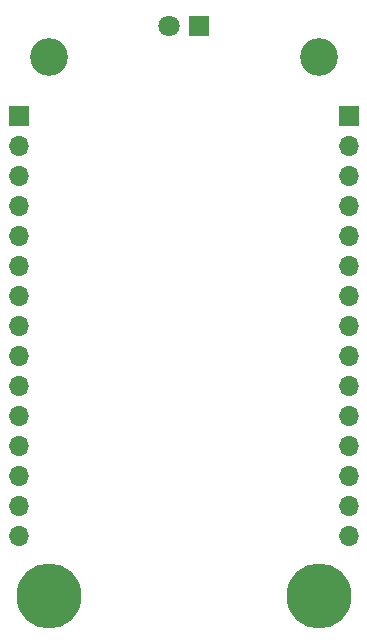
<source format=gbr>
%TF.GenerationSoftware,KiCad,Pcbnew,(6.0.9-0)*%
%TF.CreationDate,2024-03-22T18:11:38+01:00*%
%TF.ProjectId,lfo-board,6c666f2d-626f-4617-9264-2e6b69636164,rev?*%
%TF.SameCoordinates,Original*%
%TF.FileFunction,Soldermask,Bot*%
%TF.FilePolarity,Negative*%
%FSLAX46Y46*%
G04 Gerber Fmt 4.6, Leading zero omitted, Abs format (unit mm)*
G04 Created by KiCad (PCBNEW (6.0.9-0)) date 2024-03-22 18:11:38*
%MOMM*%
%LPD*%
G01*
G04 APERTURE LIST*
%ADD10C,5.500000*%
%ADD11C,3.200000*%
%ADD12R,1.800000X1.800000*%
%ADD13C,1.800000*%
%ADD14R,1.700000X1.700000*%
%ADD15O,1.700000X1.700000*%
G04 APERTURE END LIST*
D10*
%TO.C,H1*%
X30480000Y-99060000D03*
%TD*%
D11*
%TO.C,H2*%
X30480000Y-53376102D03*
%TD*%
D12*
%TO.C,D2*%
X43185000Y-50800000D03*
D13*
X40645000Y-50800000D03*
%TD*%
D10*
%TO.C,H3*%
X53340000Y-99060000D03*
%TD*%
D14*
%TO.C,J2*%
X27940000Y-58420000D03*
D15*
X27940000Y-60960000D03*
X27940000Y-63500000D03*
X27940000Y-66040000D03*
X27940000Y-68580000D03*
X27940000Y-71120000D03*
X27940000Y-73660000D03*
X27940000Y-76200000D03*
X27940000Y-78740000D03*
X27940000Y-81280000D03*
X27940000Y-83820000D03*
X27940000Y-86360000D03*
X27940000Y-88900000D03*
X27940000Y-91440000D03*
X27940000Y-93980000D03*
%TD*%
D11*
%TO.C,H4*%
X53340000Y-53376102D03*
%TD*%
D14*
%TO.C,J1*%
X55880000Y-58420000D03*
D15*
X55880000Y-60960000D03*
X55880000Y-63500000D03*
X55880000Y-66040000D03*
X55880000Y-68580000D03*
X55880000Y-71120000D03*
X55880000Y-73660000D03*
X55880000Y-76200000D03*
X55880000Y-78740000D03*
X55880000Y-81280000D03*
X55880000Y-83820000D03*
X55880000Y-86360000D03*
X55880000Y-88900000D03*
X55880000Y-91440000D03*
X55880000Y-93980000D03*
%TD*%
M02*

</source>
